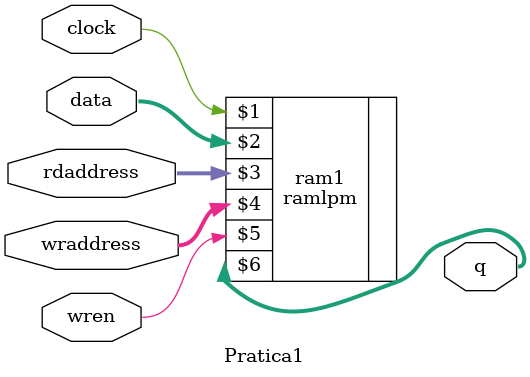
<source format=v>
module Pratica1(input clock,
	input[7:0] data,
	input[4:0] rdaddress,
	input[4:0] wraddress,
	input wren,
	output[7:0] q);
  ramlpm ram1(clock,
	data,
	rdaddress,
	wraddress,
	wren,
	q);
  
endmodule
</source>
